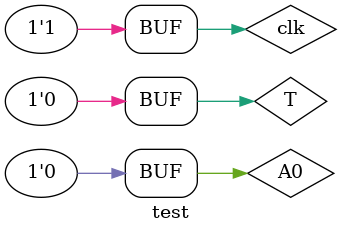
<source format=v>
`timescale 1ns / 1ps
module test;
reg clk,T; wire A0;
tff1 uut(.clk(clk),.T(T),.A0(A0));
initial begin
clk=0;
T=0;
A0=0;
repeat(10)
begin
T=~T;
#10 clk=0;
#10 clk=1;
end
end
endmodule

</source>
